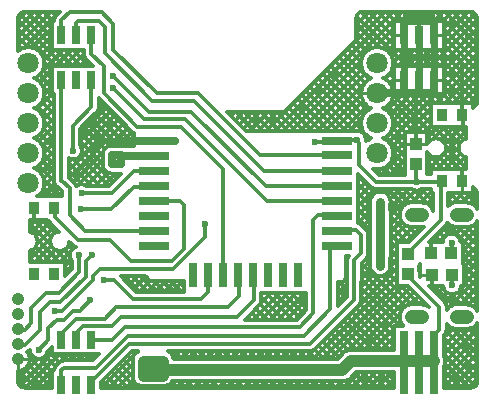
<source format=gbr>
G04 DipTrace 3.2.0.1*
G04 Top.gbr*
%MOMM*%
G04 #@! TF.FileFunction,Copper,L1,Top*
G04 #@! TF.Part,Single*
%AMOUTLINE6*
4,1,16,
0.39947,-0.60037,
0.65983,-0.54117,
0.86877,-0.37487,
0.98483,-0.1344,
0.98507,0.13263,
0.86943,0.37333,
0.6608,0.54,
0.40053,0.59963,
-0.39947,0.60037,
-0.65983,0.54117,
-0.86877,0.37487,
-0.98483,0.1344,
-0.98507,-0.13263,
-0.86943,-0.37333,
-0.6608,-0.54,
-0.40053,-0.59963,
0.39947,-0.60037,
0*%
G04 #@! TA.AperFunction,CopperBalancing*
%ADD10C,0.25*%
G04 #@! TA.AperFunction,Conductor*
%ADD15C,0.7*%
%ADD16C,0.9*%
G04 #@! TA.AperFunction,ViaPad*
%ADD17C,0.8*%
G04 #@! TA.AperFunction,CopperBalancing*
%ADD18C,0.3*%
G04 #@! TA.AperFunction,ViaPad*
%ADD19C,0.6*%
G04 #@! TA.AperFunction,Conductor*
%ADD20C,1.0*%
%ADD26R,1.0X1.1*%
%ADD28R,1.1X1.0*%
%ADD29R,0.7X2.0*%
%ADD30R,2.5X0.7*%
%ADD31R,0.75X1.5*%
%ADD32R,0.95X1.1*%
G04 #@! TA.AperFunction,ComponentPad*
%ADD33C,1.05*%
%ADD34C,1.8*%
%ADD67OUTLINE6*%
%FSLAX35Y35*%
G04*
G71*
G90*
G75*
G01*
G04 Top*
%LPD*%
X-791000Y271000D2*
D15*
X-976000D1*
D18*
X-979000Y274000D1*
D15*
X-1064000D1*
Y272000D1*
X-791000Y271000D2*
X-620000D1*
X1096000Y678000D2*
X1323000D1*
X1425000D1*
X1450000D1*
X1557000D1*
X1577000Y698000D1*
Y791500D1*
X1323000Y1168500D2*
D19*
Y981257D1*
Y791500D1*
X1450000Y1168500D2*
Y981257D1*
Y791500D1*
X1323000Y981257D2*
X1450000D1*
X1577000Y1168500D2*
Y981253D1*
Y791500D1*
X1450000Y981257D2*
X1577000Y981253D1*
X1450000Y791500D2*
D18*
Y678000D1*
X1323000Y791500D2*
Y678000D1*
X1322000Y1290000D2*
D15*
Y1169500D1*
D18*
X1323000Y1168500D1*
X1450000Y1290000D2*
Y1168500D1*
X1575000Y1287000D2*
D15*
Y1170500D1*
D18*
X1577000Y1168500D1*
X1450000Y1290000D2*
D15*
X1509000D1*
Y1287000D1*
X1575000D1*
X1322000Y1290000D2*
X1385000D1*
X1450000D1*
D18*
D3*
X1389000Y1350000D2*
D15*
X1385000Y1290000D1*
X1515000Y1345000D2*
X1509000Y1287000D1*
X1389000Y1350000D2*
X1515000D1*
Y1345000D1*
X1425000Y249000D2*
D18*
Y678000D1*
X1816000Y493000D2*
Y936000D1*
X1770747Y981253D1*
X1577000D1*
X1816000Y-62000D2*
Y23000D1*
X1740000Y99000D1*
Y323000D1*
X1823000Y406000D1*
Y486000D1*
X1816000Y493000D1*
X-1064000Y272000D2*
X-1245000D1*
X-1322000Y195000D1*
Y135000D1*
X-1454000Y3000D1*
X-1780000Y-401000D2*
X-1785000D1*
X-1811000Y-375000D1*
Y-297000D1*
X-1319000Y197000D2*
X-1322000Y195000D1*
X1553000Y-675000D2*
Y-578000D1*
X1654000Y-477000D1*
X1731000D1*
X1736000Y-482000D1*
X1742000Y-1054000D2*
X1645000D1*
X1561000Y-970000D1*
Y-867000D1*
X1556000Y-862000D1*
X1122000Y-782000D2*
D17*
Y-704000D1*
X1123000D1*
Y-636000D1*
D18*
D3*
D17*
Y-398000D1*
Y-321000D1*
X1122000D1*
Y-242000D1*
X1123000D1*
X-884000Y-1590000D2*
D16*
X-804000D1*
X-717000D1*
Y-1650000D1*
X-716000D1*
Y-1712000D1*
X-799000D1*
X-883000D1*
Y-1710000D1*
Y-1649000D1*
X-804000D1*
X-802000Y-1651000D1*
X-884000Y-1590000D2*
Y-1649000D1*
X-883000D1*
X-802000Y-1651000D2*
X-716000D1*
X-804000Y-1590000D2*
Y-1649000D1*
X-802000Y-1651000D2*
Y-1709000D1*
X1323000Y-1788500D2*
D15*
Y-1590000D1*
D20*
X934000D1*
X1323000D2*
D15*
Y-1411500D1*
X1450000Y-1788500D2*
Y-1593000D1*
Y-1411500D1*
X1323000Y-1590000D2*
D20*
X1450000Y-1593000D1*
X1577000Y-1788500D2*
D15*
Y-1593000D1*
Y-1411500D1*
X1450000Y-1593000D2*
D20*
X1577000D1*
X-716000Y-1650000D2*
Y-1665000D1*
X802000D1*
X877000Y-1590000D1*
X934000D1*
X-791000Y147000D2*
D15*
X-993000D1*
Y146000D1*
X-1077000D1*
D18*
Y152000D1*
D15*
X-1146000D1*
X-1077000Y78000D2*
Y152000D1*
X-1147000Y79000D2*
Y152000D1*
Y79000D2*
X-1078000D1*
D18*
X-1077000Y78000D1*
X1358000Y-852000D2*
Y-869000D1*
X1622000Y-1133000D1*
Y-1325000D1*
X1571000Y-1376000D1*
Y-1411500D1*
X1577000D1*
X-791000Y-488000D2*
X-1377000D1*
X-1509000Y-356000D1*
Y-128000D1*
X-1570340Y-66660D1*
X-1577000D1*
Y791500D1*
X-333000Y-865000D2*
Y-1003000D1*
X-397000Y-1067000D1*
X-970000D1*
X-1131000Y-906000D1*
X-1221000D1*
X-1323000Y791500D2*
Y561000D1*
X-1480000Y404000D1*
Y193000D1*
X-1577000Y1168500D2*
Y1294000D1*
X-1508000Y1363000D1*
X-1235000D1*
X-1138000Y1266000D1*
Y1045000D1*
X-772000Y679000D1*
X-421000D1*
X101000Y157000D1*
X758000D1*
X759000Y158000D1*
Y20000D2*
X134000D1*
X-459000Y613000D1*
X-809000D1*
X-1211000Y1015000D1*
Y1242000D1*
X-1262000Y1293000D1*
X-1433000D1*
X-1452000Y1274000D1*
Y1170500D1*
X-1450000Y1168500D1*
X-1323000D2*
Y1009000D1*
X-1220000Y906000D1*
Y679000D1*
X-934000Y393000D1*
X-565000D1*
X-206000Y34000D1*
Y-865000D1*
X759000Y-107000D2*
X153000D1*
X-477000Y523000D1*
X-837000D1*
X-1140000Y826000D1*
X759000Y-234000D2*
X165000D1*
X-528000Y459000D1*
X-879000D1*
X-1140000Y720000D1*
X-1323000Y-1788500D2*
Y-1741000D1*
X-1299000D1*
X-1005000Y-1447000D1*
X524000D1*
X902000Y-1069000D1*
Y-737000D1*
X960000Y-679000D1*
Y-524000D1*
X917000Y-481000D1*
X766000D1*
X759000Y-488000D1*
X-1577000Y-1788500D2*
Y-1669000D1*
X-1553000Y-1645000D1*
X-1288000D1*
X-1017000Y-1374000D1*
X475000D1*
X699000Y-1150000D1*
Y-641000D1*
X665000Y-607000D1*
X767000D1*
X759000Y-615000D1*
X-1323000Y-1411500D2*
X-1146500D1*
X-1037000Y-1302000D1*
X440000D1*
X556000Y-1186000D1*
Y-395000D1*
X595000Y-356000D1*
X754000D1*
X759000Y-361000D1*
X-1450000Y-1411500D2*
Y-1349000D1*
X-1391000Y-1290000D1*
X-1148000D1*
X-1076000Y-1218000D1*
X-90000D1*
X52000Y-1076000D1*
Y-869000D1*
X48000Y-865000D1*
X-1577000Y-1411500D2*
Y-1359000D1*
X-1451000Y-1233000D1*
X-1211000D1*
X-1112000Y-1134000D1*
X-164000D1*
X-71000Y-1041000D1*
Y-873000D1*
X-79000Y-865000D1*
X-363000Y-433000D2*
Y-543000D1*
X-632000Y-812000D1*
X-1253000D1*
X-1307000Y-866000D1*
Y-901000D1*
X-1572000Y-1166000D1*
X-1636000D1*
X567000Y269000D2*
X759000D1*
Y274000D1*
X924000Y286000D2*
X771000D1*
X759000Y274000D1*
X1358000Y-682000D2*
X1365000D1*
Y-666000D1*
X1633000Y-398000D1*
Y-75000D1*
X1089000D1*
X942000Y72000D1*
Y260000D1*
X919000Y283000D1*
X763000D1*
Y278000D1*
X759000Y274000D1*
X1432000Y-70000D2*
X1425000D1*
Y79000D1*
X1432000Y-70000D2*
X1638000D1*
X1646000Y-62000D1*
X-1407000Y-169000D2*
X-1149000D1*
X-960000Y20000D1*
X-791000D1*
X-1430000Y-693000D2*
Y-839000D1*
X-1602000Y-1011000D1*
X-1706000D1*
X-1834000Y-1139000D1*
Y-1270000D1*
X-1889000Y-1325000D1*
X-1941000D1*
X-1944000Y-1322000D1*
X-1410000Y-305000D2*
X-1155000D1*
X-964000Y-114000D1*
X-798000D1*
X-791000Y-107000D1*
X-1322000Y-689000D2*
X-1317000D1*
X-1373000Y-745000D1*
Y-877000D1*
X-1586000Y-1090000D1*
X-1674000D1*
X-1761000Y-1177000D1*
Y-1325000D1*
X-1889000Y-1453000D1*
X-1940000D1*
X-1944000Y-1449000D1*
X-791000Y-234000D2*
X-574000D1*
X-538000Y-270000D1*
Y-637000D1*
X-642000Y-741000D1*
X-989000D1*
X-1167000Y-563000D1*
X-1440000D1*
X-1633000Y-370000D1*
Y-297000D1*
X-1641000D1*
X-1335000Y-1076000D2*
X-1424000Y-1165000D1*
X-1476000D1*
X-1554000Y-1243000D1*
X-1618000D1*
X-1688000Y-1313000D1*
Y-1412000D1*
X-1769000Y-1493000D1*
X1726000Y-587000D2*
Y-672000D1*
X1723000Y-675000D1*
X1732000Y-948000D2*
Y-868000D1*
X1726000Y-862000D1*
D19*
X1389000Y1350000D3*
X1515000Y1345000D3*
X1322000Y1290000D3*
X1450000D3*
X1575000Y1287000D3*
X-1140000Y826000D3*
Y720000D3*
D17*
X-979000Y274000D3*
X-1064000Y272000D3*
D19*
X924000Y286000D3*
X-620000Y271000D3*
X567000Y269000D3*
X-1480000Y193000D3*
X-1146000Y152000D3*
X-1077000D3*
X-993000Y146000D3*
X-1147000Y79000D3*
X-1077000Y78000D3*
X-1454000Y3000D3*
X1432000Y-70000D3*
X-1407000Y-169000D3*
X-1410000Y-305000D3*
X-1780000Y-401000D3*
X-363000Y-433000D3*
X-1322000Y-689000D3*
X-1430000Y-693000D3*
X-1221000Y-906000D3*
X-1335000Y-1076000D3*
X-1636000Y-1166000D3*
X-1769000Y-1493000D3*
X-884000Y-1590000D3*
X-804000D3*
X-717000D3*
X-883000Y-1649000D3*
X-716000Y-1650000D3*
X-802000Y-1651000D3*
X-883000Y-1710000D3*
X-799000Y-1712000D3*
X-716000D3*
X1746000Y1275000D3*
X1868000Y1166000D3*
X1719000Y840000D3*
Y682000D3*
X1297000Y530000D3*
X1268000Y300000D3*
X-1223000Y546000D3*
X1257000Y-274000D3*
X1736000Y-482000D3*
X1742000Y-1054000D3*
X1859000Y-1478000D3*
X1853000Y-1621000D3*
X1752000Y-1727000D3*
X816000Y-1003000D3*
X442000Y-1078000D3*
X-650000Y-986000D3*
X-806000Y-983000D3*
X1136000Y-1759000D3*
X998000D3*
X1154000Y-1283000D3*
X1043000Y-1406000D3*
X-1684000Y263000D3*
Y44000D3*
X-1668000Y-132000D3*
X-1907000Y-1730000D3*
X-1793000Y-1778000D3*
X1902000Y-182000D3*
X1312000Y-184000D3*
X1448000Y-182000D3*
X1013000Y-851000D3*
X1280000Y44000D3*
X1123000Y-704000D3*
Y-636000D3*
X1122000Y-782000D3*
X1123000Y-398000D3*
X1122000Y-321000D3*
X1123000Y-242000D3*
X-1289000Y426000D3*
X-1370000Y350000D3*
X-1264000Y312000D3*
X-1163000Y413000D3*
X-1319000Y197000D3*
X49000Y449000D3*
X233000Y452000D3*
X474000Y558000D3*
X602000Y696000D3*
X734000Y828000D3*
X1726000Y-587000D3*
X1732000Y-948000D3*
X-1879413Y1362867D2*
D18*
X-1942873Y1299410D1*
X-1808703Y1362867D2*
X-1942887Y1228687D1*
X-1737993Y1362867D2*
X-1942857Y1158003D1*
X-1667283Y1362867D2*
X-1942873Y1087280D1*
X-1596573Y1362867D2*
X-1894783Y1064657D1*
X-1662837Y1225893D2*
X-1822540Y1066190D1*
X-1662807Y1155210D2*
X-1774617Y1043403D1*
X-1662820Y1084487D2*
X-1740613Y1006693D1*
X-1631430Y1045167D2*
X-1721320Y955277D1*
X-1560720Y1045167D2*
X-1735503Y870383D1*
X-1490010Y1045167D2*
X-1620337Y914840D1*
X-1662820Y872353D2*
X-1759177Y776000D1*
X-1419297Y1045167D2*
X-1549627Y914840D1*
X-1662837Y801630D2*
X-1730683Y733780D1*
X-1386333Y1007423D2*
X-1478917Y914840D1*
X-1662807Y730947D2*
X-1719803Y673953D1*
X-1363930Y959113D2*
X-1408207Y914840D1*
X-1654867Y668177D2*
X-1781713Y541330D1*
X-1640337Y611997D2*
X-1745477Y506857D1*
X-1640310Y541313D2*
X-1723283Y458340D1*
X-1640323Y470587D2*
X-1726570Y384343D1*
X-1640337Y399863D2*
X-1765860Y274340D1*
X-1640310Y329180D2*
X-1734883Y234607D1*
X-1640323Y258457D2*
X-1719857Y178923D1*
X-1229913Y598157D2*
X-1259687Y568383D1*
X-1640337Y187730D2*
X-1790470Y37597D1*
X-1194583Y562773D2*
X-1416683Y340673D1*
X-1640310Y117047D2*
X-1751620Y5737D1*
X-1159217Y527433D2*
X-1416700Y269950D1*
X-1640323Y46323D2*
X-1726363Y-39713D1*
X-1123847Y492090D2*
X-1403620Y212317D1*
X-1499303Y116633D2*
X-1513663Y102273D1*
X-1640337Y-24400D2*
X-1721817Y-105880D1*
X-1088517Y456707D2*
X-1513677Y31550D1*
X-1636167Y-90940D2*
X-1738903Y-193677D1*
X-1053150Y421367D2*
X-1510377Y-35860D1*
X-1601170Y-126657D2*
X-1668190Y-193677D1*
X-1017780Y386027D2*
X-1173797Y230010D1*
X-1224980Y178823D2*
X-1475007Y-71203D1*
X-1572307Y-168500D2*
X-1597480Y-193677D1*
X-1804120Y-400313D2*
X-1842883Y-439077D1*
X-982453Y350643D2*
X-1097783Y235313D1*
X-1230340Y102753D2*
X-1427083Y-93990D1*
X-1733407Y-400313D2*
X-1829680Y-496587D1*
X-964320Y298063D2*
X-1033080Y229303D1*
X-1221777Y40607D2*
X-1364577Y-102193D1*
X-1678070Y-415683D2*
X-1790663Y-528280D1*
X-1186740Y4933D2*
X-1297347Y-105673D1*
X-1642740Y-451067D2*
X-1779077Y-587403D1*
X-1125270Y-4307D2*
X-1226637Y-105673D1*
X-1669187Y-548227D2*
X-1842897Y-721933D1*
X-1664893Y-614640D2*
X-1798950Y-748700D1*
X-1628987Y-649443D2*
X-1728240Y-748700D1*
X-1501307Y-592477D2*
X-1515087Y-606257D1*
X-1559270Y-650440D2*
X-1657530Y-748700D1*
X-1501320Y-663200D2*
X-1586820Y-748700D1*
X-1499013Y-731603D2*
X-1545193Y-777783D1*
X-1493310Y-796610D2*
X-1545167Y-848467D1*
X-108707Y517283D2*
X-138603Y487383D1*
X-37913Y517363D2*
X-103233Y452043D1*
X32923Y517490D2*
X-67907Y416660D1*
X103717Y517573D2*
X-32537Y381320D1*
X1022623Y1365770D2*
X921130Y1264277D1*
X174550Y517697D2*
X15717Y358863D1*
X-1846837Y-1503690D2*
X-1860780Y-1517637D1*
X1093087Y1365520D2*
X921117Y1193553D1*
X245343Y517780D2*
X86593Y359027D1*
X-1823190Y-1550757D2*
X-1843227Y-1570793D1*
X1163547Y1365270D2*
X157430Y359153D1*
X-1773030Y-1571307D2*
X-1942887Y-1741163D1*
X1234050Y1365063D2*
X228263Y359277D1*
X-1006343Y-875333D2*
X-1038603Y-907590D1*
X-1662837Y-1531823D2*
X-1927653Y-1796640D1*
X1304513Y1364817D2*
X299100Y359400D1*
X-935633Y-875333D2*
X-1003233Y-942933D1*
X-1595107Y-1534807D2*
X-1873183Y-1812880D1*
X1374977Y1364567D2*
X1302237Y1291830D1*
X1237173Y1226763D2*
X1079457Y1069050D1*
X958957Y948547D2*
X369933Y359527D1*
X-864923Y-875333D2*
X-967907Y-978317D1*
X-1524397Y-1534807D2*
X-1577247Y-1587657D1*
X-1634357Y-1644767D2*
X-1802473Y-1812880D1*
X1445480Y1364360D2*
X1372947Y1291830D1*
X1237200Y1156080D2*
X1143623Y1062503D1*
X965490Y884370D2*
X440810Y359690D1*
X-831003Y-912123D2*
X-922553Y-1003673D1*
X-1453687Y-1534807D2*
X-1500570Y-1581690D1*
X-1662837Y-1743953D2*
X-1731763Y-1812880D1*
X1515940Y1364110D2*
X1443660Y1291830D1*
X1237187Y1085357D2*
X1188147Y1036317D1*
X991660Y839830D2*
X511647Y359817D1*
X-763733Y-915563D2*
X-851843Y-1003673D1*
X-1382977Y-1534807D2*
X-1429860Y-1581690D1*
X1586403Y1363863D2*
X1514370Y1291830D1*
X1267707Y1045167D2*
X1219123Y996583D1*
X1031380Y808840D2*
X582480Y359940D1*
X-693313Y-915853D2*
X-781130Y-1003673D1*
X-1312267Y-1534807D2*
X-1359150Y-1581690D1*
X1656907Y1363657D2*
X1585080Y1291830D1*
X1338420Y1045167D2*
X1234150Y940900D1*
X958113Y664863D2*
X653313Y360063D1*
X-622890Y-916143D2*
X-710420Y-1003673D1*
X1727370Y1363407D2*
X1655790Y1291830D1*
X1409130Y1045167D2*
X1278800Y914840D1*
X1237187Y873223D2*
X1163537Y799573D1*
X974423Y610463D2*
X724150Y360187D1*
X-552513Y-916473D2*
X-639710Y-1003673D1*
X1797830Y1363157D2*
X1662820Y1228147D1*
X1479840Y1045167D2*
X1349510Y914840D1*
X1237173Y802500D2*
X1202387Y767713D1*
X1006273Y571600D2*
X794280Y359607D1*
X-543327Y-978000D2*
X-569000Y-1003673D1*
X1868333Y1362950D2*
X1662807Y1157423D1*
X1550550Y1045167D2*
X1420223Y914840D1*
X962257Y456873D2*
X862713Y357330D1*
X1925000Y1348907D2*
X1662833Y1086740D1*
X1621260Y1045167D2*
X1490933Y914840D1*
X1244270Y668177D2*
X1232190Y656097D1*
X962410Y386317D2*
X939267Y363170D1*
X-934227Y-1510320D2*
X-1236787Y-1812880D1*
X1942860Y1296057D2*
X1561620Y914817D1*
X1315000Y668197D2*
X1180983Y534180D1*
X-977310Y-1624113D2*
X-1166057Y-1812863D1*
X1942860Y1225347D2*
X1632343Y914830D1*
X1385683Y668167D2*
X1214460Y496947D1*
X1023070Y305553D2*
X1002247Y284730D1*
X-976317Y-1693830D2*
X-1095373Y-1812890D1*
X1942860Y1154637D2*
X1662840Y874613D1*
X1456407Y668183D2*
X1233023Y444797D1*
X-966703Y-1754930D2*
X-1024650Y-1812877D1*
X1942860Y1083923D2*
X1662840Y803903D1*
X1527133Y668197D2*
X1214793Y355857D1*
X-932897Y-1791833D2*
X-953927Y-1812863D1*
X1942860Y1013213D2*
X1662840Y733190D1*
X1597817Y668167D2*
X1196230Y266583D1*
X-580680Y-1510330D2*
X-628600Y-1558250D1*
X1942860Y942503D2*
X1596673Y596313D1*
X1550170Y549810D2*
X1352680Y352320D1*
X1326683Y326327D2*
X1224157Y223797D1*
X961793Y-38567D2*
X932310Y-68050D1*
X-509957Y-1510313D2*
X-566330Y-1566687D1*
X1942860Y871793D2*
X1667397Y596327D1*
X1550170Y479100D2*
X1423403Y352333D1*
X1326683Y255617D2*
X1234017Y162950D1*
X1103077Y32007D2*
X1087927Y16860D1*
X997133Y-73937D2*
X932310Y-138760D1*
X-439233Y-1510300D2*
X-495603Y-1566673D1*
X1942860Y801083D2*
X1738120Y596340D1*
X1550170Y408390D2*
X1494087Y352307D1*
X1326683Y184903D2*
X1130107Y-11673D1*
X1032477Y-109303D2*
X932310Y-209470D1*
X128470Y-1013310D2*
X115350Y-1026430D1*
X-368550Y-1510330D2*
X-424880Y-1566660D1*
X-621533Y-1763313D2*
X-671110Y-1812890D1*
X1942860Y730370D2*
X1808803Y596313D1*
X1602167Y389677D2*
X1523337Y310847D1*
X1326683Y114193D2*
X1200830Y-11660D1*
X1075273Y-137217D2*
X932310Y-280180D1*
X199153Y-1013337D2*
X105740Y-1106750D1*
X-297823Y-1510313D2*
X-354197Y-1566687D1*
X-550850Y-1763340D2*
X-600387Y-1812877D1*
X1942860Y659660D2*
X1879527Y596327D1*
X1672890Y389690D2*
X1579973Y296773D1*
X1326683Y43483D2*
X1271513Y-11687D1*
X1144880Y-138320D2*
X1129400Y-153800D1*
X1033677Y-249523D2*
X932310Y-350893D1*
X269877Y-1013323D2*
X44503Y-1238697D1*
X-227100Y-1510300D2*
X-283473Y-1566673D1*
X-480127Y-1763327D2*
X-529663Y-1812863D1*
X1942860Y588950D2*
X1911803Y557893D1*
X1743573Y389663D2*
X1640673Y286760D1*
X1215603Y-138307D2*
X1180280Y-173630D1*
X1033677Y-320233D2*
X934297Y-419613D1*
X340600Y-1013310D2*
X115227Y-1238683D1*
X-156417Y-1510330D2*
X-212747Y-1566660D1*
X-409400Y-1763313D2*
X-458980Y-1812890D1*
X1814297Y389677D2*
X1673197Y248573D1*
X1562930Y138307D2*
X1523337Y98713D1*
X1286287Y-138333D2*
X1208080Y-216540D1*
X1034670Y-389950D2*
X975690Y-448933D1*
X411283Y-1013337D2*
X185953Y-1238670D1*
X-85693Y-1510313D2*
X-142067Y-1566687D1*
X-338717Y-1763340D2*
X-388253Y-1812877D1*
X1842887Y347553D2*
X1523337Y28003D1*
X1357013Y-138320D2*
X1210317Y-285013D1*
X1034670Y-460663D2*
X1010700Y-484633D1*
X482010Y-1013323D2*
X256637Y-1238697D1*
X-14967Y-1510300D2*
X-71340Y-1566673D1*
X-267993Y-1763327D2*
X-317530Y-1812863D1*
X1782727Y216683D2*
X1607360Y41317D1*
X1418580Y-147463D2*
X1211313Y-354730D1*
X1034670Y-531373D2*
X1023337Y-542707D1*
X492700Y-1073343D2*
X327360Y-1238683D1*
X55713Y-1510330D2*
X-617Y-1566660D1*
X-197270Y-1763313D2*
X-246847Y-1812890D1*
X1800003Y163250D2*
X1678087Y41330D1*
X1498420Y-138333D2*
X1394070Y-242687D1*
X1285543Y-351213D2*
X1211313Y-425443D1*
X1034670Y-602083D2*
X1023337Y-613420D1*
X492700Y-1144057D2*
X398083Y-1238670D1*
X126440Y-1510313D2*
X70067Y-1566687D1*
X-126587Y-1763340D2*
X-176123Y-1812877D1*
X1842513Y135047D2*
X1748770Y41303D1*
X1550170Y-157297D2*
X1464710Y-242753D1*
X1300127Y-407340D2*
X1211313Y-496153D1*
X1034670Y-672793D2*
X1022837Y-684627D1*
X785127Y-922340D2*
X762313Y-945150D1*
X197163Y-1510300D2*
X140790Y-1566673D1*
X-55860Y-1763327D2*
X-105397Y-1812863D1*
X1842887Y64710D2*
X1819493Y41317D1*
X1569683Y-208493D2*
X1523420Y-254757D1*
X1335093Y-443080D2*
X1211313Y-566863D1*
X1033677Y-744500D2*
X965330Y-812847D1*
X838697Y-939477D2*
X762313Y-1015863D1*
X267847Y-1510330D2*
X211517Y-1566660D1*
X14863Y-1763313D2*
X-34713Y-1812890D1*
X1389577Y-459307D2*
X1270187Y-578700D1*
X1259673Y-589213D2*
X1211313Y-637573D1*
X1037943Y-810943D2*
X965330Y-883557D1*
X838697Y-1010190D2*
X762313Y-1086573D1*
X338570Y-1510313D2*
X282200Y-1566687D1*
X85547Y-1763340D2*
X36010Y-1812877D1*
X1754263Y-165333D2*
X1696317Y-223280D1*
X1460220Y-459377D2*
X1340913Y-578687D1*
X1259690Y-659910D2*
X1211063Y-708533D1*
X1067237Y-852360D2*
X965330Y-954267D1*
X409297Y-1510300D2*
X352923Y-1566673D1*
X156270Y-1763327D2*
X106733Y-1812863D1*
X1824987Y-165320D2*
X1740813Y-249493D1*
X1259690Y-730620D2*
X1210317Y-779990D1*
X1119980Y-870327D2*
X965330Y-1024977D1*
X479980Y-1510330D2*
X423647Y-1566660D1*
X226993Y-1763313D2*
X177417Y-1812890D1*
X1923263Y-137753D2*
X1911803Y-149213D1*
X1895697Y-165323D2*
X1817960Y-243057D1*
X1259690Y-801330D2*
X494330Y-1566687D1*
X297677Y-1763340D2*
X248143Y-1812877D1*
X1942860Y-188867D2*
X1883257Y-248473D1*
X1700193Y-431537D2*
X1555033Y-576697D1*
X1259690Y-872040D2*
X565057Y-1566673D1*
X368403Y-1763327D2*
X318867Y-1812863D1*
X1942860Y-259577D2*
X1928187Y-274250D1*
X1746930Y-455510D2*
X1625757Y-576683D1*
X1259690Y-942750D2*
X635780Y-1566660D1*
X439127Y-1763313D2*
X389550Y-1812890D1*
X1813470Y-459680D2*
X1758257Y-514893D1*
X1317817Y-955333D2*
X706463Y-1566687D1*
X509810Y-1763340D2*
X460273Y-1812877D1*
X1893350Y-450510D2*
X1795173Y-548687D1*
X1371017Y-972843D2*
X846463Y-1497400D1*
X580533Y-1763327D2*
X530997Y-1812863D1*
X1942860Y-471710D2*
X1826330Y-588243D1*
X1406400Y-1008173D2*
X922903Y-1491667D1*
X651260Y-1763313D2*
X601680Y-1812890D1*
X1942860Y-542420D2*
X1826330Y-658953D1*
X1441740Y-1043540D2*
X1375673Y-1109610D1*
X1284880Y-1200403D2*
X993587Y-1491697D1*
X721943Y-1763340D2*
X672407Y-1812877D1*
X1942860Y-613130D2*
X1826330Y-729663D1*
X1595660Y-960333D2*
X1567877Y-988117D1*
X1477083Y-1078910D2*
X1449257Y-1106737D1*
X1294573Y-1261420D2*
X1267827Y-1288167D1*
X1237190Y-1318803D2*
X1064310Y-1491680D1*
X792667Y-1763327D2*
X743130Y-1812863D1*
X1942860Y-683843D2*
X1829313Y-797390D1*
X1656400Y-970303D2*
X1603260Y-1023443D1*
X1237190Y-1389513D2*
X1135037Y-1491667D1*
X938383Y-1688320D2*
X813813Y-1812890D1*
X1942860Y-754553D2*
X1829313Y-868100D1*
X1685403Y-1012013D2*
X1638600Y-1058813D1*
X1237190Y-1460223D2*
X1205720Y-1491697D1*
X1009107Y-1688307D2*
X884537Y-1812877D1*
X1942860Y-825263D2*
X1829313Y-938813D1*
X1742910Y-1025213D2*
X1673447Y-1094680D1*
X1079790Y-1688333D2*
X955263Y-1812863D1*
X1942860Y-895973D2*
X1703773Y-1135063D1*
X1150517Y-1688320D2*
X1025947Y-1812890D1*
X1942860Y-966687D2*
X1802507Y-1107040D1*
X1221240Y-1688307D2*
X1096670Y-1812877D1*
X1942860Y-1037397D2*
X1870537Y-1109720D1*
X1237190Y-1743067D2*
X1167393Y-1812863D1*
X1942860Y-1108107D2*
X1919260Y-1131707D1*
X1734167Y-1316800D2*
X1662840Y-1388130D1*
X1797973Y-1323703D2*
X1662840Y-1458840D1*
X1872800Y-1319590D2*
X1660310Y-1532077D1*
X1942860Y-1320240D2*
X1675270Y-1587830D1*
X1942860Y-1390950D2*
X1662840Y-1670973D1*
X1942860Y-1461660D2*
X1662840Y-1741683D1*
X1942860Y-1532370D2*
X1662840Y-1812393D1*
X1942860Y-1603080D2*
X1733067Y-1812877D1*
X1942860Y-1673793D2*
X1803790Y-1812863D1*
X1942860Y-1744503D2*
X1874473Y-1812890D1*
X1879377Y1362910D2*
X1942877Y1299410D1*
X1808417Y1363157D2*
X1942890Y1228687D1*
X1737457Y1363407D2*
X1942860Y1158003D1*
X1666540Y1363613D2*
X1942877Y1087280D1*
X1595580Y1363863D2*
X1942890Y1016553D1*
X1524620Y1364110D2*
X1596903Y1291830D1*
X1662840Y1225893D2*
X1942860Y945870D1*
X1453703Y1364317D2*
X1526193Y1291830D1*
X1662810Y1155210D2*
X1942877Y875147D1*
X1382743Y1364567D2*
X1455483Y1291830D1*
X1662823Y1084487D2*
X1942890Y804423D1*
X1311787Y1364817D2*
X1384773Y1291830D1*
X1631433Y1045167D2*
X1942860Y733740D1*
X1240867Y1365023D2*
X1314060Y1291830D1*
X1560723Y1045167D2*
X1942877Y663013D1*
X1169907Y1365270D2*
X1243350Y1291830D1*
X1490013Y1045167D2*
X1620340Y914840D1*
X1662823Y872353D2*
X1942890Y592290D1*
X1098950Y1365520D2*
X1237190Y1227277D1*
X1419300Y1045167D2*
X1549630Y914840D1*
X1662840Y801630D2*
X1868160Y596310D1*
X1027990Y1365770D2*
X1237163Y1156593D1*
X1348590Y1045167D2*
X1478920Y914840D1*
X1662810Y730947D2*
X1797450Y596310D1*
X960800Y1362247D2*
X1237177Y1085870D1*
X1277880Y1045167D2*
X1408210Y914840D1*
X1654870Y668177D2*
X1726737Y596310D1*
X924850Y1327487D2*
X1337497Y914840D1*
X1584160Y668177D2*
X1656027Y596310D1*
X921137Y1260490D2*
X1112577Y1069050D1*
X1233037Y948590D2*
X1266787Y914840D1*
X1513450Y668177D2*
X1585317Y596310D1*
X1791953Y389670D2*
X1842857Y338767D1*
X921110Y1189807D2*
X1048413Y1062503D1*
X1226503Y884410D2*
X1237147Y873770D1*
X1442737Y668177D2*
X1550197Y560720D1*
X1721243Y389670D2*
X1823067Y287847D1*
X915240Y1124967D2*
X1003887Y1036317D1*
X1200333Y839870D2*
X1237190Y803013D1*
X1372027Y668177D2*
X1550170Y490037D1*
X1650533Y389670D2*
X1789647Y250560D1*
X880037Y1089457D2*
X972867Y996627D1*
X1160613Y808880D2*
X1237163Y732330D1*
X1301317Y668177D2*
X1550183Y419310D1*
X1579823Y389670D2*
X1795210Y174283D1*
X1824770Y144723D2*
X1842857Y126637D1*
X844790Y1053993D2*
X957843Y940940D1*
X1233880Y664903D2*
X1600203Y298580D1*
X1679067Y219717D2*
X1842873Y55910D1*
X809587Y1018487D2*
X1028497Y799573D1*
X1217610Y610463D2*
X1475757Y352317D1*
X1523337Y304737D2*
X1545363Y282710D1*
X1663210Y164860D2*
X1786747Y41327D1*
X774343Y983020D2*
X989607Y767753D1*
X1185763Y571600D2*
X1405047Y352317D1*
X1621670Y135693D2*
X1716033Y41327D1*
X1911817Y-154457D2*
X1942877Y-185513D1*
X739140Y947513D2*
X964390Y722263D1*
X1229737Y456917D2*
X1334337Y352317D1*
X1523323Y163327D2*
X1645323Y41327D1*
X1851963Y-165310D2*
X1942890Y-256237D1*
X703893Y912047D2*
X959803Y656137D1*
X1229583Y386357D2*
X1326683Y289257D1*
X1523337Y92603D2*
X1574613Y41327D1*
X1781250Y-165310D2*
X1860080Y-244140D1*
X668690Y876540D2*
X1011027Y534203D1*
X1206230Y339000D2*
X1326697Y218533D1*
X1523310Y21920D2*
X1550183Y-4953D1*
X1710540Y-165310D2*
X1788250Y-243020D1*
X633447Y841073D2*
X977563Y496957D1*
X1168957Y305563D2*
X1326670Y147850D1*
X1696303Y-221783D2*
X1726863Y-252343D1*
X1914277Y-439757D2*
X1942890Y-468370D1*
X598243Y805567D2*
X958973Y444833D1*
X1234307Y169500D2*
X1326683Y77123D1*
X1862790Y-458980D2*
X1942860Y-539053D1*
X562997Y770100D2*
X977137Y355963D1*
X1221933Y111163D2*
X1326697Y6400D1*
X1471560Y-138463D2*
X1569697Y-236600D1*
X1792783Y-459687D2*
X1942877Y-609777D1*
X527793Y734593D2*
X900997Y361390D1*
X1192613Y69773D2*
X1274050Y-11663D1*
X1404870Y-142483D2*
X1515103Y-252717D1*
X1689880Y-427493D2*
X1942890Y-680503D1*
X492550Y699127D2*
X834347Y357330D1*
X1149827Y41850D2*
X1203340Y-11663D1*
X1330017Y-138340D2*
X1434407Y-242730D1*
X1656747Y-465073D2*
X1703220Y-511543D1*
X1826330Y-634653D2*
X1942860Y-751183D1*
X457347Y663620D2*
X760693Y360270D1*
X1088977Y31987D2*
X1132630Y-11663D1*
X1259303Y-138340D2*
X1367633Y-246667D1*
X1621380Y-500413D2*
X1661760Y-540793D1*
X1826303Y-705337D2*
X1942877Y-821910D1*
X422227Y628030D2*
X690110Y360147D1*
X1188593Y-138340D2*
X1320663Y-270407D1*
X1586010Y-535753D2*
X1626927Y-576673D1*
X1829340Y-779087D2*
X1942890Y-892633D1*
X387063Y592480D2*
X619523Y360023D1*
X1117883Y-138340D2*
X1134273Y-154730D1*
X1210277Y-230733D2*
X1291673Y-312130D1*
X1438900Y-459353D2*
X1459887Y-480343D1*
X1829313Y-849770D2*
X1942860Y-963317D1*
X351943Y556890D2*
X548937Y359897D1*
X932323Y-23490D2*
X1075080Y-166247D1*
X1210333Y-301497D2*
X1289283Y-380450D1*
X1361890Y-453057D2*
X1424520Y-515687D1*
X1829327Y-920493D2*
X1942877Y-1034040D1*
X316780Y521343D2*
X478390Y359733D1*
X932337Y-94213D2*
X1041700Y-203577D1*
X1211340Y-373217D2*
X1389150Y-551027D1*
X1807797Y-969673D2*
X1942890Y-1104767D1*
X249633Y517780D2*
X407803Y359607D1*
X932310Y-164897D2*
X1033677Y-266263D1*
X1211313Y-443900D2*
X1346073Y-578663D1*
X1779057Y-1011643D2*
X1880383Y-1112970D1*
X179007Y517697D2*
X337217Y359483D1*
X932323Y-235620D2*
X1034683Y-337983D1*
X1211327Y-514623D2*
X1275363Y-578663D1*
X1722060Y-1025357D2*
X1803747Y-1107043D1*
X108420Y517573D2*
X266630Y359360D1*
X932337Y-306347D2*
X1034700Y-408707D1*
X1211340Y-585350D2*
X1259673Y-633683D1*
X1586300Y-960310D2*
X1738793Y-1112803D1*
X1922520Y-1296530D2*
X1942890Y-1316897D1*
X37790Y517490D2*
X196047Y359237D1*
X932310Y-377030D2*
X1034670Y-479390D1*
X1211313Y-656033D2*
X1259690Y-704407D1*
X1875260Y-1319980D2*
X1942860Y-1387580D1*
X-32797Y517363D2*
X125460Y359110D1*
X1023307Y-538737D2*
X1034683Y-550117D1*
X1210333Y-725763D2*
X1259660Y-775090D1*
X1808280Y-1323710D2*
X1942877Y-1458307D1*
X-103423Y517283D2*
X54913Y358947D1*
X1023320Y-609463D2*
X1034680Y-620820D1*
X1209560Y-795700D2*
X1259673Y-845817D1*
X1726380Y-1312523D2*
X1942890Y-1529030D1*
X1023337Y-680187D2*
X1034340Y-691190D1*
X1186620Y-843470D2*
X1259690Y-916540D1*
X1298487Y-955337D2*
X1449860Y-1106713D1*
X1683803Y-1340657D2*
X1942860Y-1599713D1*
X1001100Y-728663D2*
X1033690Y-761253D1*
X1141057Y-868620D2*
X1380103Y-1107667D1*
X1662810Y-1390373D2*
X1942877Y-1670437D1*
X965773Y-764047D2*
X1328950Y-1127223D1*
X1662823Y-1461097D2*
X1942890Y-1741163D1*
X965330Y-834313D2*
X1296230Y-1165217D1*
X1662840Y-1531823D2*
X1927657Y-1796640D1*
X965303Y-904997D2*
X1284727Y-1224423D1*
X1673583Y-1613277D2*
X1873187Y-1812880D1*
X965317Y-975723D2*
X1277780Y-1288187D1*
X1662823Y-1673230D2*
X1802477Y-1812880D1*
X824587Y-905700D2*
X838693Y-919810D1*
X965330Y-1046447D2*
X1237190Y-1318307D1*
X1662840Y-1743953D2*
X1731767Y-1812880D1*
X770407Y-922233D2*
X838670Y-990497D1*
X954323Y-1106150D2*
X1237163Y-1388990D1*
X762340Y-984877D2*
X828823Y-1051360D1*
X919617Y-1142153D2*
X1237177Y-1459713D1*
X-1656117Y1362867D2*
X-1627213Y1333967D1*
X762313Y-1055560D2*
X793497Y-1086743D1*
X884290Y-1177537D2*
X1198410Y-1491660D1*
X-1726827Y1362867D2*
X-1655787Y1291830D1*
X-1409127Y1045167D2*
X-1386313Y1022353D1*
X848920Y-1212880D2*
X1127700Y-1491660D1*
X-1797537Y1362867D2*
X-1662817Y1228147D1*
X-1479837Y1045167D2*
X-1349507Y914840D1*
X813550Y-1248220D2*
X1056990Y-1491660D1*
X-1868247Y1362867D2*
X-1662803Y1157423D1*
X-1550547Y1045167D2*
X-1420220Y914840D1*
X778223Y-1283603D2*
X986280Y-1491660D1*
X1182930Y-1688310D2*
X1237190Y-1742570D1*
X-1924997Y1348907D2*
X-1662830Y1086740D1*
X-1621257Y1045167D2*
X-1490930Y914840D1*
X437250Y-1013343D2*
X492670Y-1068760D1*
X742853Y-1318943D2*
X915567Y-1491660D1*
X1112220Y-1688310D2*
X1236790Y-1812880D1*
X-1942857Y1296057D2*
X-1561617Y914817D1*
X-1259687Y612883D2*
X-964333Y317530D1*
X366523Y-1013323D2*
X492667Y-1139467D1*
X707507Y-1354310D2*
X848567Y-1495370D1*
X1041533Y-1688333D2*
X1166060Y-1812863D1*
X-1942857Y1225347D2*
X-1632340Y914830D1*
X-1261507Y543997D2*
X-964333Y246820D1*
X295797Y-1013310D2*
X466853Y-1184367D1*
X672127Y-1389637D2*
X804607Y-1522120D1*
X970810Y-1688320D2*
X1095377Y-1812890D1*
X-1942857Y1154637D2*
X-1858520Y1070297D1*
X-1719707Y931483D2*
X-1662837Y874613D1*
X-1290717Y502497D2*
X-1017530Y229310D1*
X225113Y-1013337D2*
X431513Y-1219737D1*
X636783Y-1425007D2*
X769227Y-1557447D1*
X909530Y-1697753D2*
X1024653Y-1812877D1*
X-1942857Y1083923D2*
X-1916857Y1057923D1*
X-1732053Y873120D2*
X-1662837Y803903D1*
X-1326060Y467127D2*
X-1094263Y235330D1*
X154390Y-1013323D2*
X379763Y-1238697D1*
X601443Y-1460377D2*
X707740Y-1566673D1*
X874190Y-1733123D2*
X953930Y-1812863D1*
X-1761427Y831783D2*
X-1662837Y733190D1*
X-1361443Y431797D2*
X-1163663Y234017D1*
X115320Y-1044963D2*
X309040Y-1238683D1*
X565933Y-1495580D2*
X637017Y-1566660D1*
X830107Y-1759750D2*
X883247Y-1812890D1*
X-1731307Y730950D2*
X-1640337Y639983D1*
X-1396783Y396430D2*
X-1209153Y208800D1*
X107573Y-1107927D2*
X238317Y-1238670D1*
X509960Y-1510313D2*
X566333Y-1566687D1*
X762987Y-1763340D2*
X812523Y-1812877D1*
X-1721983Y650920D2*
X-1640337Y569273D1*
X-1416670Y345607D2*
X-1230160Y159097D1*
X73847Y-1144913D2*
X167633Y-1238697D1*
X439237Y-1510300D2*
X495607Y-1566673D1*
X692260Y-1763327D2*
X741797Y-1812863D1*
X-1742367Y600593D2*
X-1640337Y498563D1*
X-1416670Y274897D2*
X-1230327Y88550D1*
X-1137460Y-4317D2*
X-1106280Y-35497D1*
X38503Y-1180280D2*
X96907Y-1238683D1*
X368553Y-1510330D2*
X424883Y-1566660D1*
X621537Y-1763313D2*
X671113Y-1812890D1*
X-1777213Y564727D2*
X-1640337Y427850D1*
X-1401713Y189227D2*
X-1141620Y-70867D1*
X3163Y-1215650D2*
X26183Y-1238670D1*
X297827Y-1510313D2*
X354200Y-1566687D1*
X550853Y-1763340D2*
X600390Y-1812877D1*
X-1720450Y437253D2*
X-1640337Y357140D1*
X-1422140Y138943D2*
X-1177500Y-105697D1*
X227103Y-1510300D2*
X283477Y-1566673D1*
X480130Y-1763327D2*
X529667Y-1812863D1*
X-1728530Y374623D2*
X-1640337Y286430D1*
X-1469083Y115173D2*
X-1248223Y-105683D1*
X156420Y-1510330D2*
X212750Y-1566660D1*
X409403Y-1763313D2*
X458983Y-1812890D1*
X-1755460Y330843D2*
X-1640337Y215720D1*
X-1513663Y89043D2*
X-1318950Y-105670D1*
X85697Y-1510313D2*
X142070Y-1566687D1*
X338720Y-1763340D2*
X388257Y-1812877D1*
X-1795900Y300570D2*
X-1640337Y145010D1*
X-1513663Y18333D2*
X-1404507Y-90823D1*
X-578997Y-916330D2*
X-543343Y-951987D1*
X14970Y-1510300D2*
X71343Y-1566673D1*
X267997Y-1763327D2*
X317533Y-1812863D1*
X-1720367Y154327D2*
X-1640337Y74297D1*
X-650013Y-916027D2*
X-562360Y-1003680D1*
X-55710Y-1510330D2*
X620Y-1566660D1*
X197273Y-1763313D2*
X246850Y-1812890D1*
X-1737437Y100687D2*
X-1640337Y3587D1*
X-721027Y-915723D2*
X-633083Y-1003667D1*
X-126437Y-1510313D2*
X-70063Y-1566687D1*
X126590Y-1763340D2*
X176127Y-1812877D1*
X-1769797Y62333D2*
X-1640253Y-67207D1*
X-792043Y-915420D2*
X-703767Y-1003693D1*
X-197160Y-1510300D2*
X-140787Y-1566673D1*
X55863Y-1763327D2*
X105400Y-1812863D1*
X-1723310Y-54863D2*
X-1584487Y-193683D1*
X-902830Y-875340D2*
X-774490Y-1003680D1*
X-267843Y-1510330D2*
X-211513Y-1566660D1*
X-14860Y-1763313D2*
X34717Y-1812890D1*
X-1725007Y-123873D2*
X-1655213Y-193670D1*
X-973557Y-875327D2*
X-845217Y-1003667D1*
X-338567Y-1510313D2*
X-282197Y-1566687D1*
X-85543Y-1763340D2*
X-36007Y-1812877D1*
X-1749040Y-170553D2*
X-1725893Y-193700D1*
X-1044280Y-875313D2*
X-915900Y-1003693D1*
X-409293Y-1510300D2*
X-352920Y-1566673D1*
X-156267Y-1763327D2*
X-106730Y-1812863D1*
X-479977Y-1510330D2*
X-423643Y-1566660D1*
X-226990Y-1763313D2*
X-177413Y-1812890D1*
X-550700Y-1510313D2*
X-494327Y-1566687D1*
X-297673Y-1763340D2*
X-248140Y-1812877D1*
X-1731390Y-400337D2*
X-1631100Y-500627D1*
X-1517103Y-614623D2*
X-1490187Y-641537D1*
X-621423Y-1510300D2*
X-565053Y-1566673D1*
X-368400Y-1763327D2*
X-318863Y-1812863D1*
X-1802113Y-400323D2*
X-1665943Y-536493D1*
X-1552983Y-649453D2*
X-1508253Y-694183D1*
X-439123Y-1763313D2*
X-389547Y-1812890D1*
X-1842883Y-430263D2*
X-1666937Y-606210D1*
X-1622713Y-650433D2*
X-1493337Y-779810D1*
X-509807Y-1763340D2*
X-460270Y-1812877D1*
X-1778457Y-565403D2*
X-1595177Y-748680D1*
X-1545193Y-798663D2*
X-1512810Y-831047D1*
X-580530Y-1763327D2*
X-530993Y-1812863D1*
X-1791963Y-622607D2*
X-1665900Y-748667D1*
X-643010Y-1771557D2*
X-601677Y-1812890D1*
X-1832027Y-653253D2*
X-1736583Y-748693D1*
X-974963Y-1510313D2*
X-956003Y-1529273D1*
X-684733Y-1800547D2*
X-672403Y-1812877D1*
X-1842883Y-713107D2*
X-1807310Y-748680D1*
X-1011590Y-1544400D2*
X-976887Y-1579103D1*
X-1046973Y-1579727D2*
X-977300Y-1649400D1*
X-1082313Y-1615097D2*
X-975520Y-1721890D1*
X-1117657Y-1650467D2*
X-955260Y-1812863D1*
X-1304017Y-1534813D2*
X-1286300Y-1552530D1*
X-1153040Y-1685793D2*
X-1025943Y-1812890D1*
X-1374743Y-1534800D2*
X-1327857Y-1581687D1*
X-1188380Y-1721163D2*
X-1096667Y-1812877D1*
X-1445423Y-1534830D2*
X-1398583Y-1581673D1*
X-1223723Y-1756530D2*
X-1167390Y-1812863D1*
X-1516150Y-1534813D2*
X-1469307Y-1581657D1*
X-1586873Y-1534800D2*
X-1539990Y-1581687D1*
X-1688797Y-1503590D2*
X-1595507Y-1596877D1*
X-1713530Y-1549563D2*
X-1630103Y-1632993D1*
X-1762587Y-1571220D2*
X-1662837Y-1670973D1*
X-1844953Y-1559563D2*
X-1662837Y-1741683D1*
X-1853407Y-1621823D2*
X-1662837Y-1812393D1*
X-1886263Y-1659677D2*
X-1733063Y-1812877D1*
X-1939833Y-1676817D2*
X-1803787Y-1812863D1*
X-1942857Y-1744503D2*
X-1874470Y-1812890D1*
X1521200Y147797D2*
Y-8763D1*
X1552293Y-8800D1*
X1552300Y39200D1*
X1845007D1*
X1845000Y137043D1*
X1834927Y140480D1*
X1823573Y146267D1*
X1813263Y153757D1*
X1804257Y162763D1*
X1796767Y173073D1*
X1790980Y184427D1*
X1787043Y196543D1*
X1785050Y209130D1*
Y221870D1*
X1787043Y234457D1*
X1790980Y246573D1*
X1796767Y257927D1*
X1804257Y268237D1*
X1813263Y277243D1*
X1823573Y284733D1*
X1834927Y290520D1*
X1845007Y293883D1*
X1845000Y391807D1*
X1552300Y391800D1*
Y594200D1*
X1909700D1*
Y549913D1*
X1945013Y585220D1*
X1945000Y1305320D1*
X1942733Y1325720D1*
X1936723Y1339647D1*
X1928137Y1350260D1*
X1917030Y1358203D1*
X1905720Y1362727D1*
X1885143Y1365013D1*
X984490Y1367723D1*
X965613Y1366660D1*
X951457Y1361963D1*
X938997Y1353730D1*
X929107Y1342537D1*
X922483Y1329157D1*
X919007Y1311650D1*
X918823Y1136863D1*
X917390Y1132397D1*
X914647Y1128590D1*
X341310Y550410D1*
X313833Y522877D1*
X309657Y520740D1*
X305023Y520000D1*
X-174683Y519287D1*
X-12170Y356720D1*
X787507Y358067D1*
X794670Y356950D1*
X798180Y355970D1*
X812800Y355200D1*
X892077D1*
X900453Y358470D1*
X912080Y361263D1*
X924000Y362200D1*
X935920Y361263D1*
X947547Y358470D1*
X958593Y353893D1*
X968790Y347647D1*
X977880Y339880D1*
X985647Y330790D1*
X991893Y320593D1*
X996470Y309547D1*
X999263Y297920D1*
X1000200Y286000D1*
X1000203Y278913D1*
X1002450Y269557D1*
X1015943Y280187D1*
X1024837Y286130D1*
X1034167Y291357D1*
X1046897Y296947D1*
X1034167Y302643D1*
X1024837Y307870D1*
X1015943Y313813D1*
X1007547Y320433D1*
X999693Y327693D1*
X992433Y335547D1*
X985813Y343943D1*
X979870Y352837D1*
X974643Y362167D1*
X970167Y371880D1*
X966467Y381913D1*
X963563Y392203D1*
X961477Y402693D1*
X960220Y413313D1*
X959800Y424000D1*
X960220Y434687D1*
X961477Y445307D1*
X963563Y455797D1*
X966467Y466087D1*
X970167Y476120D1*
X974643Y485833D1*
X979870Y495163D1*
X985813Y504057D1*
X992433Y512453D1*
X999693Y520307D1*
X1007547Y527567D1*
X1015943Y534187D1*
X1024837Y540130D1*
X1034167Y545357D1*
X1046897Y550947D1*
X1033387Y557043D1*
X1020473Y564660D1*
X1008473Y573647D1*
X997533Y583900D1*
X987790Y595290D1*
X979353Y607687D1*
X972333Y620933D1*
X966810Y634870D1*
X962850Y649330D1*
X960507Y664140D1*
X959803Y679117D1*
X960753Y694077D1*
X963340Y708847D1*
X967533Y723240D1*
X973283Y737083D1*
X980520Y750213D1*
X989157Y762470D1*
X999090Y773700D1*
X1010193Y783773D1*
X1022340Y792563D1*
X1035377Y799963D1*
X1046793Y804997D1*
X1034167Y810643D1*
X1024837Y815870D1*
X1015943Y821813D1*
X1007547Y828433D1*
X999693Y835693D1*
X992433Y843547D1*
X985813Y851943D1*
X979870Y860837D1*
X974643Y870167D1*
X970167Y879880D1*
X966467Y889913D1*
X963563Y900203D1*
X961477Y910693D1*
X960220Y921313D1*
X959800Y932000D1*
X960220Y942687D1*
X961477Y953307D1*
X963563Y963797D1*
X966467Y974087D1*
X970167Y984120D1*
X974643Y993833D1*
X979870Y1003163D1*
X985813Y1012057D1*
X992433Y1020453D1*
X999693Y1028307D1*
X1007547Y1035567D1*
X1015943Y1042187D1*
X1024837Y1048130D1*
X1034167Y1053357D1*
X1043880Y1057833D1*
X1053913Y1061533D1*
X1064203Y1064437D1*
X1074693Y1066523D1*
X1085313Y1067780D1*
X1096000Y1068200D1*
X1106687Y1067780D1*
X1117307Y1066523D1*
X1127797Y1064437D1*
X1138087Y1061533D1*
X1148120Y1057833D1*
X1157833Y1053357D1*
X1167163Y1048130D1*
X1176057Y1042187D1*
X1184453Y1035567D1*
X1192307Y1028307D1*
X1199567Y1020453D1*
X1206187Y1012057D1*
X1212130Y1003163D1*
X1217357Y993833D1*
X1221833Y984120D1*
X1225533Y974087D1*
X1228437Y963797D1*
X1230523Y953307D1*
X1231780Y942687D1*
X1232200Y932000D1*
X1231780Y921313D1*
X1230523Y910693D1*
X1228437Y900203D1*
X1225533Y889913D1*
X1221833Y879880D1*
X1217357Y870167D1*
X1212130Y860837D1*
X1206187Y851943D1*
X1199567Y843547D1*
X1192307Y835693D1*
X1184453Y828433D1*
X1176057Y821813D1*
X1167163Y815870D1*
X1157833Y810643D1*
X1145103Y805053D1*
X1159600Y798440D1*
X1172453Y790720D1*
X1184377Y781633D1*
X1195233Y771293D1*
X1204883Y759820D1*
X1213217Y747357D1*
X1220130Y734053D1*
X1225540Y720070D1*
X1229380Y705577D1*
X1231603Y690750D1*
X1232167Y675000D1*
X1231013Y660053D1*
X1228223Y645323D1*
X1223830Y630987D1*
X1217887Y617223D1*
X1210470Y604193D1*
X1201663Y592060D1*
X1191577Y580967D1*
X1180333Y571050D1*
X1168067Y562430D1*
X1154930Y555210D1*
X1145197Y551003D1*
X1157833Y545357D1*
X1167163Y540130D1*
X1176057Y534187D1*
X1184453Y527567D1*
X1192307Y520307D1*
X1199567Y512453D1*
X1206187Y504057D1*
X1212130Y495163D1*
X1217357Y485833D1*
X1221833Y476120D1*
X1225533Y466087D1*
X1228437Y455797D1*
X1230523Y445307D1*
X1231780Y434687D1*
X1232200Y424000D1*
X1231780Y413313D1*
X1230523Y402693D1*
X1228437Y392203D1*
X1225533Y381913D1*
X1221833Y371880D1*
X1217357Y362167D1*
X1212130Y352837D1*
X1206187Y343943D1*
X1199567Y335547D1*
X1192307Y327693D1*
X1184453Y320433D1*
X1176057Y313813D1*
X1167163Y307870D1*
X1157833Y302643D1*
X1145103Y297053D1*
X1157833Y291357D1*
X1167163Y286130D1*
X1176057Y280187D1*
X1184453Y273567D1*
X1192307Y266307D1*
X1199567Y258453D1*
X1206187Y250057D1*
X1212130Y241163D1*
X1217357Y231833D1*
X1221833Y222120D1*
X1225533Y212087D1*
X1228437Y201797D1*
X1230523Y191307D1*
X1231780Y180687D1*
X1232200Y170000D1*
X1231780Y159313D1*
X1230523Y148693D1*
X1228437Y138203D1*
X1225533Y127913D1*
X1221833Y117880D1*
X1217357Y108167D1*
X1212130Y98837D1*
X1206187Y89943D1*
X1199567Y81547D1*
X1192307Y73693D1*
X1184453Y66433D1*
X1176057Y59813D1*
X1167163Y53870D1*
X1157833Y48643D1*
X1148120Y44167D1*
X1138087Y40467D1*
X1127797Y37563D1*
X1117307Y35477D1*
X1106687Y34220D1*
X1096000Y33800D1*
X1085313Y34220D1*
X1074693Y35477D1*
X1062477Y38050D1*
X1114337Y-13787D1*
X1328823Y-13800D1*
X1328800Y350200D1*
X1521200D1*
Y247087D1*
X1526767Y257927D1*
X1534257Y268237D1*
X1543263Y277243D1*
X1553573Y284733D1*
X1564927Y290520D1*
X1577043Y294457D1*
X1589630Y296450D1*
X1602370D1*
X1614957Y294457D1*
X1627073Y290520D1*
X1638427Y284733D1*
X1648737Y277243D1*
X1657743Y268237D1*
X1665233Y257927D1*
X1671020Y246573D1*
X1674957Y234457D1*
X1676950Y221870D1*
Y209130D1*
X1674957Y196543D1*
X1671020Y184427D1*
X1665233Y173073D1*
X1657743Y162763D1*
X1648737Y153757D1*
X1638427Y146267D1*
X1627073Y140480D1*
X1614957Y136543D1*
X1602370Y134550D1*
X1589630D1*
X1577043Y136543D1*
X1564927Y140480D1*
X1553573Y146267D1*
X1543263Y153757D1*
X1534257Y162763D1*
X1526767Y173073D1*
X1521200Y183950D1*
X1521190Y147800D1*
X1454200Y-783203D2*
X1454307Y-878757D1*
X1454763Y-879213D1*
X1454800Y-771203D1*
X1454200Y-783200D1*
X1454140D1*
X1355703Y-953200D2*
X1261800D1*
Y-580800D1*
X1363693D1*
X1490063Y-454387D1*
X1478963Y-456790D1*
X1457243Y-457260D1*
X1388663Y-457057D1*
X1376763Y-454840D1*
X1352440Y-449120D1*
X1345713Y-446417D1*
X1339483Y-442683D1*
X1313817Y-422093D1*
X1308930Y-416737D1*
X1304937Y-410670D1*
X1290747Y-380977D1*
X1288670Y-374030D1*
X1287703Y-366833D1*
X1287803Y-333930D1*
X1288943Y-326773D1*
X1291193Y-319867D1*
X1305560Y-290263D1*
X1309693Y-284310D1*
X1314720Y-279063D1*
X1340510Y-258627D1*
X1346820Y-255053D1*
X1353623Y-252510D1*
X1385717Y-245283D1*
X1407437Y-244813D1*
X1476060Y-245020D1*
X1487917Y-247233D1*
X1512240Y-252953D1*
X1518967Y-255657D1*
X1525197Y-259390D1*
X1550863Y-279980D1*
X1555750Y-285337D1*
X1559743Y-291403D1*
X1571793Y-316320D1*
X1571800Y-163213D1*
X1552300Y-163200D1*
Y-136190D1*
X1469700Y-136200D1*
X1461160Y-140400D1*
X1449790Y-144093D1*
X1437980Y-145967D1*
X1426020D1*
X1414210Y-144093D1*
X1402840Y-140400D1*
X1394367Y-136193D1*
X1084197Y-136010D1*
X1074713Y-134510D1*
X1065580Y-131540D1*
X1057023Y-127180D1*
X1049253Y-121537D1*
X992693Y-65243D1*
X930170Y-2720D1*
X930200Y-315200D1*
Y-421187D1*
X940420Y-424460D1*
X948977Y-428817D1*
X956747Y-434463D1*
X1003277Y-480723D1*
X1009513Y-488027D1*
X1014530Y-496217D1*
X1018203Y-505087D1*
X1020447Y-514427D1*
X1021200Y-524020D1*
X1021010Y-683803D1*
X1019510Y-693287D1*
X1016540Y-702420D1*
X1012183Y-710977D1*
X1006537Y-718747D1*
X963210Y-762340D1*
X963010Y-1073803D1*
X961510Y-1083287D1*
X958540Y-1092420D1*
X954183Y-1100977D1*
X948537Y-1108747D1*
X892243Y-1165307D1*
X563747Y-1493537D1*
X555977Y-1499183D1*
X547420Y-1503540D1*
X538287Y-1506510D1*
X528803Y-1508010D1*
X449000Y-1508200D1*
X-676643D1*
X-663393Y-1516217D1*
X-652513Y-1525513D1*
X-643217Y-1536393D1*
X-635740Y-1548597D1*
X-630263Y-1561817D1*
X-628313Y-1568737D1*
X762143Y-1568800D1*
X814523Y-1516850D1*
X826737Y-1507977D1*
X840187Y-1501123D1*
X854543Y-1496457D1*
X869453Y-1494097D1*
X907000Y-1493800D1*
X1239333D1*
X1239300Y-1290300D1*
X1318110D1*
X1310500Y-1283510D1*
X1306047Y-1277790D1*
X1298357Y-1262747D1*
X1289977Y-1244977D1*
X1287900Y-1238030D1*
X1286933Y-1230833D1*
X1287033Y-1197930D1*
X1288173Y-1190773D1*
X1290423Y-1183867D1*
X1304790Y-1154263D1*
X1308923Y-1148310D1*
X1313950Y-1143063D1*
X1339740Y-1122627D1*
X1346050Y-1119053D1*
X1352853Y-1116510D1*
X1384947Y-1109283D1*
X1406667Y-1108813D1*
X1475290Y-1109020D1*
X1487147Y-1111233D1*
X1511470Y-1116953D1*
X1518197Y-1119657D1*
X1524427Y-1123390D1*
X1530967Y-1128520D1*
X1355613Y-953163D1*
X-1404033Y187020D2*
X-1405907Y175210D1*
X-1409600Y163840D1*
X-1415030Y153187D1*
X-1422057Y143513D1*
X-1430513Y135057D1*
X-1440187Y128030D1*
X-1450840Y122600D1*
X-1462210Y118907D1*
X-1474020Y117033D1*
X-1485980D1*
X-1497790Y118907D1*
X-1509160Y122600D1*
X-1515797Y125780D1*
X-1515800Y-34613D1*
X-1462463Y-88253D1*
X-1456817Y-96023D1*
X-1452453Y-104597D1*
X-1446813Y-104030D1*
X-1436160Y-98600D1*
X-1424790Y-94907D1*
X-1412980Y-93033D1*
X-1401020D1*
X-1389210Y-94907D1*
X-1377840Y-98600D1*
X-1367187Y-104030D1*
X-1361643Y-107800D1*
X-1174323D1*
X-1069430Y-2880D1*
X-1083370Y-2950D1*
X-1093000Y-2200D1*
X-1153370Y-1950D1*
X-1165957Y43D1*
X-1178073Y3980D1*
X-1189427Y9767D1*
X-1199737Y17253D1*
X-1208747Y26263D1*
X-1216233Y36573D1*
X-1222020Y47927D1*
X-1225957Y60043D1*
X-1227950Y72630D1*
X-1228200Y124000D1*
X-1227950Y158370D1*
X-1225957Y170957D1*
X-1222020Y183073D1*
X-1216233Y194427D1*
X-1208747Y204737D1*
X-1199737Y213747D1*
X-1189427Y221233D1*
X-1178073Y227020D1*
X-1165957Y230957D1*
X-1153370Y232950D1*
X-1101000Y233200D1*
X-1070630Y232950D1*
X-1058043Y230957D1*
X-1051883Y229217D1*
X-1032000Y227200D1*
X-1005703D1*
X-992977Y228200D1*
X-962237D1*
X-962200Y338687D1*
X-969973Y343487D1*
X-977287Y349740D1*
X-1261797Y634247D1*
X-1261990Y556197D1*
X-1263490Y546713D1*
X-1266460Y537580D1*
X-1270817Y529023D1*
X-1276463Y521253D1*
X-1332757Y464693D1*
X-1418813Y378637D1*
X-1418800Y238357D1*
X-1412107Y227593D1*
X-1407530Y216547D1*
X-1404737Y204920D1*
X-1403800Y193000D1*
X-1404033Y187020D1*
X-1491200Y-738357D2*
X-1497893Y-727593D1*
X-1502470Y-716547D1*
X-1505263Y-704920D1*
X-1506200Y-693000D1*
X-1505263Y-681080D1*
X-1502470Y-669453D1*
X-1497893Y-658407D1*
X-1491647Y-648210D1*
X-1483880Y-639120D1*
X-1474790Y-631353D1*
X-1464593Y-625107D1*
X-1456990Y-621800D1*
X-1467783Y-617530D1*
X-1475973Y-612513D1*
X-1483273Y-606273D1*
X-1510000Y-579550D1*
X-1510800Y-587203D1*
X-1513773Y-599593D1*
X-1518650Y-611363D1*
X-1525307Y-622227D1*
X-1533583Y-631917D1*
X-1543273Y-640193D1*
X-1554137Y-646850D1*
X-1565907Y-651727D1*
X-1578297Y-654700D1*
X-1591000Y-655700D1*
X-1603703Y-654700D1*
X-1616093Y-651727D1*
X-1627863Y-646850D1*
X-1638727Y-640193D1*
X-1648417Y-631917D1*
X-1656693Y-622227D1*
X-1663350Y-611363D1*
X-1668227Y-599593D1*
X-1671200Y-587203D1*
X-1672200Y-574500D1*
X-1671200Y-561797D1*
X-1668227Y-549407D1*
X-1663350Y-537637D1*
X-1656693Y-526773D1*
X-1648417Y-517083D1*
X-1638727Y-508807D1*
X-1627863Y-502150D1*
X-1616093Y-497273D1*
X-1603703Y-494300D1*
X-1596053Y-493500D1*
X-1679537Y-409747D1*
X-1685190Y-401960D1*
X-1697300Y-398200D1*
X-1845000D1*
Y-494933D1*
X-1835907Y-497273D1*
X-1824137Y-502150D1*
X-1813273Y-508807D1*
X-1803583Y-517083D1*
X-1795307Y-526773D1*
X-1788650Y-537637D1*
X-1783773Y-549407D1*
X-1780800Y-561797D1*
X-1779800Y-574500D1*
X-1780800Y-587203D1*
X-1783773Y-599593D1*
X-1788650Y-611363D1*
X-1795307Y-622227D1*
X-1803583Y-631917D1*
X-1813273Y-640193D1*
X-1824137Y-646850D1*
X-1835907Y-651727D1*
X-1845000Y-654043D1*
X-1844700Y-750800D1*
X-1547300D1*
Y-869803D1*
X-1491190Y-813640D1*
X-1491200Y-738393D1*
X-1693653Y-1504200D2*
X-1696530Y-1516547D1*
X-1701107Y-1527593D1*
X-1707353Y-1537790D1*
X-1715120Y-1546880D1*
X-1724210Y-1554647D1*
X-1734407Y-1560893D1*
X-1745453Y-1565470D1*
X-1757080Y-1568263D1*
X-1769000Y-1569200D1*
X-1780920Y-1568263D1*
X-1792547Y-1565470D1*
X-1803593Y-1560893D1*
X-1813790Y-1554647D1*
X-1822880Y-1546880D1*
X-1830647Y-1537790D1*
X-1836893Y-1527593D1*
X-1841470Y-1516547D1*
X-1844263Y-1504920D1*
X-1845097Y-1495640D1*
X-1853027Y-1502513D1*
X-1861217Y-1507530D1*
X-1865597Y-1509547D1*
X-1867907Y-1513137D1*
X-1860847Y-1522830D1*
X-1855010Y-1533307D1*
X-1850490Y-1544417D1*
X-1847350Y-1555990D1*
X-1845637Y-1567860D1*
X-1845347Y-1579000D1*
X-1846437Y-1590943D1*
X-1848970Y-1602663D1*
X-1852907Y-1613993D1*
X-1858187Y-1624760D1*
X-1864733Y-1634810D1*
X-1872450Y-1643987D1*
X-1881223Y-1652163D1*
X-1890923Y-1659213D1*
X-1901410Y-1665037D1*
X-1912523Y-1669547D1*
X-1924100Y-1672673D1*
X-1935970Y-1674373D1*
X-1944997Y-1674693D1*
X-1945000Y-1755320D1*
X-1942733Y-1775720D1*
X-1936723Y-1789647D1*
X-1928133Y-1800267D1*
X-1917023Y-1808210D1*
X-1905713Y-1812733D1*
X-1885287Y-1815003D1*
X-1660713D1*
X-1660700Y-1667300D1*
X-1638140D1*
X-1637447Y-1659427D1*
X-1635203Y-1650087D1*
X-1631530Y-1641217D1*
X-1626513Y-1633027D1*
X-1620277Y-1625723D1*
X-1592747Y-1598463D1*
X-1584977Y-1592817D1*
X-1576420Y-1588457D1*
X-1567287Y-1585490D1*
X-1557803Y-1583990D1*
X-1478000Y-1583800D1*
X-1313293D1*
X-1262290Y-1532740D1*
X-1660700Y-1532700D1*
Y-1471237D1*
X-1693657Y-1504207D1*
X-541200Y-1005750D2*
Y-914343D1*
X-815827Y-913040D1*
X-822983Y-911877D1*
X-829867Y-909607D1*
X-836313Y-906287D1*
X-842157Y-902000D1*
X-847263Y-896850D1*
X-851497Y-890967D1*
X-854760Y-884493D1*
X-856970Y-877590D1*
X-857663Y-874013D1*
X-872000Y-873200D1*
X-1077120Y-873330D1*
X-944660Y-1005790D1*
X-541153Y-1005800D1*
X220750Y-1011200D2*
X113173D1*
X113013Y-1080803D1*
X111510Y-1090287D1*
X108543Y-1099420D1*
X104183Y-1107977D1*
X98537Y-1115747D1*
X42243Y-1172307D1*
X-26247Y-1240797D1*
X414660Y-1240800D1*
X494793Y-1160657D1*
X494800Y-1011213D1*
X220800Y-1011143D1*
X856430Y-696200D2*
X832760D1*
X833067Y-877507D1*
X831950Y-884670D1*
X829727Y-891573D1*
X826453Y-898040D1*
X822207Y-903917D1*
X817093Y-909057D1*
X811240Y-913330D1*
X804787Y-916640D1*
X797900Y-918897D1*
X790740Y-920050D1*
X760257Y-920083D1*
X760200Y-1124223D1*
X840810Y-1043640D1*
X840990Y-732197D1*
X842490Y-722713D1*
X845460Y-713580D1*
X849817Y-705023D1*
X855477Y-697240D1*
X-1391700Y912700D2*
X-1313243D1*
X-1369537Y969253D1*
X-1375183Y977023D1*
X-1379540Y985580D1*
X-1382510Y994713D1*
X-1384010Y1004197D1*
X-1384200Y1047263D1*
X-1660700Y1047300D1*
Y1289700D1*
X-1638257D1*
X-1637447Y1303573D1*
X-1635203Y1312913D1*
X-1631530Y1321783D1*
X-1626513Y1329973D1*
X-1620277Y1337277D1*
X-1592557Y1364993D1*
X-1885297Y1365000D1*
X-1905720Y1362733D1*
X-1919647Y1356723D1*
X-1930263Y1348137D1*
X-1938207Y1337030D1*
X-1942727Y1325720D1*
X-1944997Y1305287D1*
Y1036767D1*
X-1929163Y1048130D1*
X-1919833Y1053357D1*
X-1910120Y1057833D1*
X-1900087Y1061533D1*
X-1889797Y1064437D1*
X-1879307Y1066523D1*
X-1868687Y1067780D1*
X-1858000Y1068200D1*
X-1847313Y1067780D1*
X-1836693Y1066523D1*
X-1826203Y1064437D1*
X-1815913Y1061533D1*
X-1805880Y1057833D1*
X-1796167Y1053357D1*
X-1786837Y1048130D1*
X-1777943Y1042187D1*
X-1769547Y1035567D1*
X-1761693Y1028307D1*
X-1754433Y1020453D1*
X-1747813Y1012057D1*
X-1741870Y1003163D1*
X-1736643Y993833D1*
X-1732167Y984120D1*
X-1728467Y974087D1*
X-1725563Y963797D1*
X-1723477Y953307D1*
X-1722220Y942687D1*
X-1721800Y932000D1*
X-1722220Y921313D1*
X-1723477Y910693D1*
X-1725563Y900203D1*
X-1728467Y889913D1*
X-1732167Y879880D1*
X-1736643Y870167D1*
X-1741870Y860837D1*
X-1747813Y851943D1*
X-1754433Y843547D1*
X-1761693Y835693D1*
X-1769547Y828433D1*
X-1777943Y821813D1*
X-1786837Y815870D1*
X-1796167Y810643D1*
X-1808897Y805053D1*
X-1796167Y799357D1*
X-1786837Y794130D1*
X-1777943Y788187D1*
X-1769547Y781567D1*
X-1761693Y774307D1*
X-1754433Y766453D1*
X-1747813Y758057D1*
X-1741870Y749163D1*
X-1736643Y739833D1*
X-1732167Y730120D1*
X-1728467Y720087D1*
X-1725563Y709797D1*
X-1723477Y699307D1*
X-1722220Y688687D1*
X-1721800Y678000D1*
X-1722220Y667313D1*
X-1723477Y656693D1*
X-1725563Y646203D1*
X-1728467Y635913D1*
X-1732167Y625880D1*
X-1736643Y616167D1*
X-1741870Y606837D1*
X-1747813Y597943D1*
X-1754433Y589547D1*
X-1761693Y581693D1*
X-1769547Y574433D1*
X-1777943Y567813D1*
X-1786837Y561870D1*
X-1796167Y556643D1*
X-1807563Y551547D1*
X-1796167Y546357D1*
X-1786837Y541130D1*
X-1777943Y535187D1*
X-1769547Y528567D1*
X-1761693Y521307D1*
X-1754433Y513453D1*
X-1747813Y505057D1*
X-1741870Y496163D1*
X-1736643Y486833D1*
X-1732167Y477120D1*
X-1728467Y467087D1*
X-1725563Y456797D1*
X-1723477Y446307D1*
X-1722220Y435687D1*
X-1721800Y425000D1*
X-1722220Y414313D1*
X-1723477Y403693D1*
X-1725563Y393203D1*
X-1728467Y382913D1*
X-1732167Y372880D1*
X-1736643Y363167D1*
X-1741870Y353837D1*
X-1747813Y344943D1*
X-1754433Y336547D1*
X-1761693Y328693D1*
X-1769547Y321433D1*
X-1777943Y314813D1*
X-1786837Y308870D1*
X-1796167Y303643D1*
X-1810230Y297563D1*
X-1796167Y291357D1*
X-1786837Y286130D1*
X-1777943Y280187D1*
X-1769547Y273567D1*
X-1761693Y266307D1*
X-1754433Y258453D1*
X-1747813Y250057D1*
X-1741870Y241163D1*
X-1736643Y231833D1*
X-1732167Y222120D1*
X-1728467Y212087D1*
X-1725563Y201797D1*
X-1723477Y191307D1*
X-1722220Y180687D1*
X-1721800Y170000D1*
X-1722220Y159313D1*
X-1723477Y148693D1*
X-1725563Y138203D1*
X-1728467Y127913D1*
X-1732167Y117880D1*
X-1736643Y108167D1*
X-1741870Y98837D1*
X-1747813Y89943D1*
X-1754433Y81547D1*
X-1761693Y73693D1*
X-1769547Y66433D1*
X-1777943Y59813D1*
X-1786837Y53870D1*
X-1796167Y48643D1*
X-1808897Y43053D1*
X-1796167Y37357D1*
X-1786837Y32130D1*
X-1777943Y26187D1*
X-1769547Y19567D1*
X-1761693Y12307D1*
X-1754433Y4453D1*
X-1747813Y-3943D1*
X-1741870Y-12837D1*
X-1736643Y-22167D1*
X-1732167Y-31880D1*
X-1728467Y-41913D1*
X-1725563Y-52203D1*
X-1723477Y-62693D1*
X-1722220Y-73313D1*
X-1721800Y-84000D1*
X-1722220Y-94687D1*
X-1723477Y-105307D1*
X-1725563Y-115797D1*
X-1728467Y-126087D1*
X-1732167Y-136120D1*
X-1736643Y-145833D1*
X-1741870Y-155163D1*
X-1747813Y-164057D1*
X-1754433Y-172453D1*
X-1761693Y-180307D1*
X-1769547Y-187567D1*
X-1780340Y-195790D1*
X-1570227Y-195800D1*
X-1570200Y-153323D1*
X-1600420Y-123200D1*
X-1608977Y-118840D1*
X-1616747Y-113197D1*
X-1623537Y-106407D1*
X-1629180Y-98637D1*
X-1633540Y-90080D1*
X-1636510Y-80947D1*
X-1638010Y-71463D1*
X-1638200Y8340D1*
Y670273D1*
X-1660700Y670300D1*
Y912700D1*
X-1391700D1*
X1496300D2*
X1660700D1*
Y670300D1*
X1239300D1*
Y912700D1*
X1496300D1*
Y1289700D2*
X1660700D1*
Y1047300D1*
X1239300D1*
Y1289700D1*
X1496300D1*
X1739700Y-163173D2*
X1694173Y-163200D1*
X1694200Y-279903D1*
X1720510Y-258967D1*
X1726820Y-255393D1*
X1733623Y-252850D1*
X1765717Y-245623D1*
X1787437Y-245153D1*
X1856060Y-245360D1*
X1867917Y-247573D1*
X1892240Y-253293D1*
X1898967Y-255997D1*
X1905197Y-259730D1*
X1930863Y-280320D1*
X1935750Y-285677D1*
X1939743Y-291743D1*
X1945000Y-302520D1*
Y-155170D1*
X1909660Y-119867D1*
X1909700Y-163200D1*
X1739697D1*
X-1239300Y-1767907D2*
Y-1815017D1*
X1239327Y-1815000D1*
X1239300Y-1686167D1*
X916833Y-1686200D1*
X864477Y-1738150D1*
X852263Y-1747023D1*
X838813Y-1753877D1*
X824457Y-1758543D1*
X809547Y-1760903D1*
X772000Y-1761200D1*
X-639230D1*
X-646650Y-1771230D1*
X-656770Y-1781350D1*
X-668347Y-1789760D1*
X-681100Y-1796257D1*
X-694710Y-1800680D1*
X-708843Y-1802920D1*
X-746000Y-1803200D1*
X-890157Y-1802920D1*
X-904290Y-1800680D1*
X-917900Y-1796257D1*
X-930653Y-1789760D1*
X-942230Y-1781350D1*
X-952350Y-1771230D1*
X-960760Y-1759653D1*
X-967257Y-1746900D1*
X-971680Y-1733290D1*
X-973920Y-1719157D1*
X-974200Y-1680000D1*
Y-1662480D1*
X-975200Y-1648973D1*
X-974920Y-1582843D1*
X-972680Y-1568710D1*
X-968257Y-1555100D1*
X-961760Y-1542347D1*
X-953350Y-1530770D1*
X-943230Y-1520650D1*
X-931653Y-1512240D1*
X-925380Y-1508727D1*
X-931000Y-1508200D1*
X-979690D1*
X-1239277Y-1767827D1*
X1658243Y-1667300D2*
X1660700D1*
Y-1815017D1*
X1885307Y-1815000D1*
X1905720Y-1812733D1*
X1919647Y-1806723D1*
X1930267Y-1798133D1*
X1938210Y-1787027D1*
X1942733Y-1775717D1*
X1945003Y-1755290D1*
X1944697Y-1263327D1*
X1938350Y-1276150D1*
X1934217Y-1282103D1*
X1929190Y-1287350D1*
X1903400Y-1307787D1*
X1897090Y-1311360D1*
X1890287Y-1313903D1*
X1858193Y-1321130D1*
X1836473Y-1321600D1*
X1767893Y-1321397D1*
X1755993Y-1319180D1*
X1731670Y-1313460D1*
X1724943Y-1310757D1*
X1718713Y-1307023D1*
X1693047Y-1286433D1*
X1688160Y-1281077D1*
X1684167Y-1275010D1*
X1683200Y-1283000D1*
X1683010Y-1329803D1*
X1681510Y-1339287D1*
X1678543Y-1348420D1*
X1674183Y-1356977D1*
X1668537Y-1364747D1*
X1660677Y-1372873D1*
X1660700Y-1532700D1*
X1658180D1*
X1659023Y-1542737D1*
X1665877Y-1556187D1*
X1670543Y-1570543D1*
X1672903Y-1585453D1*
Y-1600547D1*
X1670543Y-1615457D1*
X1665877Y-1629813D1*
X1659023Y-1643263D1*
X1658187Y-1644517D1*
X1658200Y-1667357D1*
X1888547Y-450550D2*
X1858963Y-457130D1*
X1837243Y-457600D1*
X1768663Y-457397D1*
X1756763Y-455180D1*
X1732440Y-449460D1*
X1725713Y-446757D1*
X1719483Y-443023D1*
X1693817Y-422433D1*
X1691260Y-419840D1*
X1689543Y-421420D1*
X1685183Y-429977D1*
X1679537Y-437747D1*
X1623243Y-494307D1*
X1538800Y-578800D1*
X1650220D1*
X1651907Y-569210D1*
X1655600Y-557840D1*
X1661030Y-547187D1*
X1668057Y-537513D1*
X1676513Y-529057D1*
X1686187Y-522030D1*
X1696840Y-516600D1*
X1708210Y-512907D1*
X1720020Y-511033D1*
X1731980D1*
X1743790Y-512907D1*
X1755160Y-516600D1*
X1765813Y-522030D1*
X1775487Y-529057D1*
X1783943Y-537513D1*
X1790970Y-547187D1*
X1796400Y-557840D1*
X1800093Y-569210D1*
X1801800Y-578800D1*
X1824200D1*
Y-765823D1*
X1827200Y-765800D1*
Y-958200D1*
X1807573D1*
X1804470Y-971547D1*
X1799893Y-982593D1*
X1793647Y-992790D1*
X1785880Y-1001880D1*
X1776790Y-1009647D1*
X1766593Y-1015893D1*
X1755547Y-1020470D1*
X1743920Y-1023263D1*
X1732000Y-1024200D1*
X1720080Y-1023263D1*
X1708453Y-1020470D1*
X1697407Y-1015893D1*
X1687210Y-1009647D1*
X1678120Y-1001880D1*
X1670353Y-992790D1*
X1664107Y-982593D1*
X1659530Y-971547D1*
X1656737Y-959920D1*
X1656533Y-958180D1*
X1533743Y-958200D1*
X1668537Y-1093253D1*
X1674183Y-1101023D1*
X1678543Y-1109580D1*
X1681510Y-1118713D1*
X1683010Y-1128197D1*
X1683200Y-1157550D1*
X1686740Y-1151547D1*
X1691330Y-1145933D1*
X1704280Y-1135090D1*
X1719740Y-1122967D1*
X1726050Y-1119393D1*
X1732853Y-1116850D1*
X1764947Y-1109623D1*
X1786667Y-1109153D1*
X1855290Y-1109360D1*
X1867147Y-1111573D1*
X1891470Y-1117293D1*
X1898197Y-1119997D1*
X1904427Y-1123730D1*
X1929330Y-1143623D1*
X1934337Y-1148870D1*
X1938460Y-1154830D1*
X1945010Y-1168137D1*
X1945000Y-400327D1*
X1939120Y-412150D1*
X1934987Y-418103D1*
X1929960Y-423350D1*
X1904170Y-443787D1*
X1897860Y-447360D1*
X1891057Y-449903D1*
X1035800Y-767000D2*
X1036070Y-697210D1*
X1036800Y-689000D1*
Y-334073D1*
X1035800Y-321000D1*
X1036067Y-235237D1*
X1038180Y-221877D1*
X1042360Y-209013D1*
X1048503Y-196960D1*
X1056453Y-186017D1*
X1066017Y-176453D1*
X1076960Y-168503D1*
X1089013Y-162360D1*
X1101877Y-158180D1*
X1115237Y-156067D1*
X1129763D1*
X1143123Y-158180D1*
X1155987Y-162360D1*
X1168040Y-168503D1*
X1178983Y-176453D1*
X1188547Y-186017D1*
X1196497Y-196960D1*
X1202640Y-209013D1*
X1206820Y-221877D1*
X1208933Y-235237D1*
Y-248763D1*
X1208200Y-257000D1*
Y-307917D1*
X1209200Y-321027D1*
X1208930Y-710790D1*
X1208200Y-719000D1*
X1207933Y-788763D1*
X1205817Y-802123D1*
X1201640Y-814987D1*
X1195497Y-827040D1*
X1187547Y-837983D1*
X1177983Y-847547D1*
X1167040Y-855497D1*
X1154987Y-861640D1*
X1142123Y-865817D1*
X1128763Y-867933D1*
X1115237D1*
X1101877Y-865817D1*
X1089013Y-861640D1*
X1076960Y-855497D1*
X1066017Y-847547D1*
X1056453Y-837983D1*
X1048503Y-827040D1*
X1042360Y-814987D1*
X1038183Y-802123D1*
X1036067Y-788763D1*
X1035800Y-767000D1*
X1425000Y350140D2*
D10*
Y249000D1*
X1328860D2*
X1521140D1*
X-962140Y271000D2*
X-791000D1*
X1577000Y912640D2*
Y670357D1*
Y791500D2*
X1660643D1*
X1450000Y912640D2*
Y670357D1*
X1323000Y912640D2*
Y670357D1*
X1239360Y791500D2*
X1323000D1*
X1577000Y1289640D2*
Y1047357D1*
Y1168500D2*
X1660643D1*
X1450000Y1289640D2*
Y1047357D1*
X1323000Y1289640D2*
Y1047357D1*
X1239360Y1168500D2*
X1323000D1*
X1816000Y39140D2*
Y-163140D1*
Y594140D2*
Y391860D1*
X-1811000Y-297000D2*
Y-398140D1*
X-1944000Y-1576000D2*
Y-1674640D1*
Y-1576000D2*
X-1845360D1*
X959860Y678000D2*
X1232140D1*
X1553000Y-578860D2*
Y-675000D1*
X1556000Y-862000D2*
Y-958143D1*
X1454860Y-862000D2*
X1556000D1*
D26*
X1425000Y79000D3*
Y249000D3*
X1358000Y-852000D3*
Y-682000D3*
D28*
X1723000Y-675000D3*
X1553000D3*
X1726000Y-862000D3*
X1556000D3*
D29*
X-460000Y-865000D3*
X-333000D3*
X-206000D3*
X-79000D3*
X48000D3*
X175000D3*
X302000D3*
X429000D3*
D30*
X759000Y-615000D3*
Y-488000D3*
Y-361000D3*
Y-234000D3*
Y-107000D3*
Y20000D3*
Y158000D3*
Y274000D3*
X-791000Y-615000D3*
Y-488000D3*
Y-361000D3*
Y-234000D3*
Y-107000D3*
Y20000D3*
Y147000D3*
Y271000D3*
D31*
X-1323000Y791500D3*
X-1450000D3*
X-1577000D3*
X-1323000Y1168500D3*
X-1450000D3*
X-1577000D3*
X1577000Y791500D3*
X1450000D3*
X1323000D3*
X1577000Y1168500D3*
X1450000D3*
X1323000D3*
D32*
X1646000Y-62000D3*
X1816000D3*
X1646000Y493000D3*
X1816000D3*
X-1811000Y-852000D3*
X-1641000D3*
X-1811000Y-297000D3*
X-1641000D3*
D33*
X-1946000Y-1195000D3*
Y-1322000D3*
Y-1068000D3*
Y-1449000D3*
X-1944000Y-1322000D3*
Y-1449000D3*
Y-1195000D3*
Y-1576000D3*
D31*
X-1323000Y-1788500D3*
X-1450000D3*
X-1577000D3*
X-1323000Y-1411500D3*
X-1450000D3*
X-1577000D3*
X1577000Y-1788500D3*
X1450000D3*
X1323000D3*
X1577000Y-1411500D3*
X1450000D3*
X1323000D3*
D34*
X-1858000Y932000D3*
X1096000D3*
X-1858000Y678000D3*
Y425000D3*
Y170000D3*
Y-84000D3*
X1096000Y678000D3*
Y424000D3*
Y170000D3*
D67*
X1432340Y-351037D3*
X1431570Y-1215037D3*
X1812340Y-351377D3*
X1811570Y-1215377D3*
M02*

</source>
